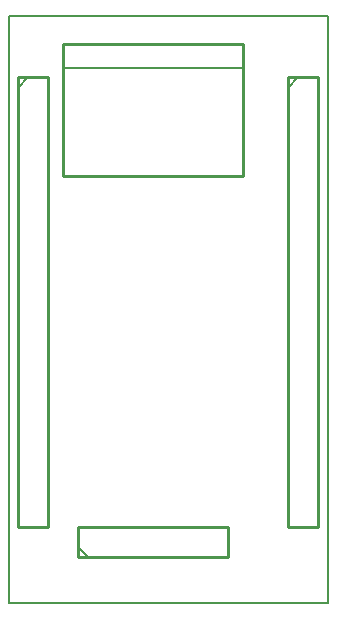
<source format=gto>
G04 MADE WITH FRITZING*
G04 WWW.FRITZING.ORG*
G04 SINGLE SIDED*
G04 HOLES NOT PLATED*
G04 CONTOUR ON CENTER OF CONTOUR VECTOR*
%ASAXBY*%
%FSLAX23Y23*%
%MOIN*%
%OFA0B0*%
%SFA1.0B1.0*%
%ADD10R,1.070150X1.965060X1.054150X1.949060*%
%ADD11C,0.008000*%
%ADD12C,0.010000*%
%ADD13C,0.005000*%
%LNSILK1*%
G90*
G70*
G54D11*
X4Y1961D02*
X1066Y1961D01*
X1066Y4D01*
X4Y4D01*
X4Y1961D01*
D02*
G54D12*
X182Y1426D02*
X783Y1426D01*
D02*
X783Y1426D02*
X783Y1866D01*
D02*
X783Y1866D02*
X182Y1866D01*
D02*
X182Y1866D02*
X182Y1426D01*
G54D13*
D02*
X783Y1786D02*
X182Y1786D01*
G54D12*
D02*
X233Y156D02*
X733Y156D01*
D02*
X733Y156D02*
X733Y256D01*
D02*
X733Y256D02*
X233Y256D01*
D02*
X233Y256D02*
X233Y156D01*
G54D13*
D02*
X268Y156D02*
X233Y191D01*
G54D12*
D02*
X33Y1756D02*
X33Y256D01*
D02*
X33Y256D02*
X133Y256D01*
D02*
X133Y256D02*
X133Y1756D01*
D02*
X133Y1756D02*
X33Y1756D01*
G54D13*
D02*
X33Y1721D02*
X68Y1756D01*
G54D12*
D02*
X933Y1756D02*
X933Y256D01*
D02*
X933Y256D02*
X1033Y256D01*
D02*
X1033Y256D02*
X1033Y1756D01*
D02*
X1033Y1756D02*
X933Y1756D01*
G54D13*
D02*
X933Y1721D02*
X968Y1756D01*
G04 End of Silk1*
M02*
</source>
